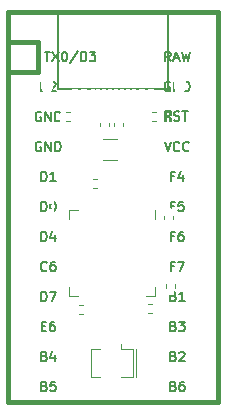
<source format=gto>
%TF.GenerationSoftware,KiCad,Pcbnew,5.1.9*%
%TF.CreationDate,2021-03-01T07:28:27+02:00*%
%TF.ProjectId,beater-c,62656174-6572-42d6-932e-6b696361645f,rev?*%
%TF.SameCoordinates,Original*%
%TF.FileFunction,Legend,Top*%
%TF.FilePolarity,Positive*%
%FSLAX46Y46*%
G04 Gerber Fmt 4.6, Leading zero omitted, Abs format (unit mm)*
G04 Created by KiCad (PCBNEW 5.1.9) date 2021-03-01 07:28:27*
%MOMM*%
%LPD*%
G01*
G04 APERTURE LIST*
%ADD10C,0.120000*%
%ADD11C,0.200000*%
%ADD12C,0.381000*%
%ADD13C,0.150000*%
%ADD14R,5.200000X5.200000*%
%ADD15R,0.400000X1.900000*%
%ADD16R,0.600000X1.150000*%
%ADD17R,0.300000X1.150000*%
%ADD18O,1.000000X2.200000*%
%ADD19O,1.000000X1.800000*%
%ADD20C,1.752600*%
%ADD21R,1.752600X1.752600*%
G04 APERTURE END LIST*
D10*
%TO.C,F1*%
X223781936Y-104136000D02*
X224986064Y-104136000D01*
X223781936Y-102316000D02*
X224986064Y-102316000D01*
%TO.C,U2*%
X228146000Y-109129000D02*
X228146000Y-108404000D01*
X220926000Y-115624000D02*
X221651000Y-115624000D01*
X220926000Y-114899000D02*
X220926000Y-115624000D01*
X220926000Y-108404000D02*
X221651000Y-108404000D01*
X220926000Y-109129000D02*
X220926000Y-108404000D01*
X228146000Y-115624000D02*
X227421000Y-115624000D01*
X228146000Y-114899000D02*
X228146000Y-115624000D01*
%TO.C,C2*%
X228931000Y-108863359D02*
X228931000Y-109170641D01*
X229691000Y-108863359D02*
X229691000Y-109170641D01*
%TO.C,C3*%
X229844000Y-114961641D02*
X229844000Y-114654359D01*
X229084000Y-114961641D02*
X229084000Y-114654359D01*
%TO.C,R5*%
X227889641Y-116358000D02*
X227582359Y-116358000D01*
X227889641Y-117118000D02*
X227582359Y-117118000D01*
%TO.C,Y1*%
X226536000Y-120510000D02*
X226536000Y-120110000D01*
X226336000Y-120510000D02*
X226336000Y-120110000D01*
X222736000Y-120510000D02*
X222736000Y-120110000D01*
X226536000Y-122510000D02*
X226536000Y-120510000D01*
X225336000Y-120110000D02*
X225336000Y-119710000D01*
X225336000Y-120110000D02*
X226336000Y-120110000D01*
X226336000Y-120510000D02*
X226336000Y-122510000D01*
X226336000Y-122510000D02*
X225336000Y-122510000D01*
X223536000Y-122510000D02*
X222736000Y-122510000D01*
X222736000Y-122510000D02*
X222736000Y-120510000D01*
X222736000Y-120110000D02*
X223536000Y-120110000D01*
%TO.C,C4*%
X222048041Y-116409000D02*
X221740759Y-116409000D01*
X222048041Y-117169000D02*
X221740759Y-117169000D01*
%TO.C,C1*%
X218949000Y-107923359D02*
X218949000Y-108230641D01*
X219709000Y-107923359D02*
X219709000Y-108230641D01*
%TO.C,C5*%
X222960359Y-106501000D02*
X223267641Y-106501000D01*
X222960359Y-105741000D02*
X223267641Y-105741000D01*
%TO.C,R1*%
X228243641Y-100102000D02*
X227936359Y-100102000D01*
X228243641Y-100862000D02*
X227936359Y-100862000D01*
D11*
%TO.C,USB1*%
X229278000Y-98150800D02*
X229278000Y-91490800D01*
X219998000Y-98150800D02*
X219998000Y-91490800D01*
X219998000Y-98150800D02*
X229278000Y-98150800D01*
X217638000Y-91490800D02*
X219998000Y-91490800D01*
X231638000Y-91490800D02*
X229278000Y-91490800D01*
D10*
%TO.C,R4*%
X225475000Y-101296641D02*
X225475000Y-100989359D01*
X224715000Y-101296641D02*
X224715000Y-100989359D01*
%TO.C,R3*%
X224256000Y-101296641D02*
X224256000Y-100989359D01*
X223496000Y-101296641D02*
X223496000Y-100989359D01*
%TO.C,R2*%
X220672359Y-100862000D02*
X220979641Y-100862000D01*
X220672359Y-100102000D02*
X220979641Y-100102000D01*
D12*
%TO.C,U1*%
X218237000Y-94132000D02*
X215697000Y-94132000D01*
X215697000Y-91592000D02*
X215697000Y-94132000D01*
X233477000Y-91592000D02*
X215697000Y-91592000D01*
X233477000Y-94132000D02*
X233477000Y-91592000D01*
D13*
G36*
X229518568Y-100611360D02*
G01*
X229518568Y-100811360D01*
X229418568Y-100811360D01*
X229418568Y-100611360D01*
X229518568Y-100611360D01*
G37*
X229518568Y-100611360D02*
X229518568Y-100811360D01*
X229418568Y-100811360D01*
X229418568Y-100611360D01*
X229518568Y-100611360D01*
G36*
X229118568Y-100011360D02*
G01*
X229118568Y-100811360D01*
X229018568Y-100811360D01*
X229018568Y-100011360D01*
X229118568Y-100011360D01*
G37*
X229118568Y-100011360D02*
X229118568Y-100811360D01*
X229018568Y-100811360D01*
X229018568Y-100011360D01*
X229118568Y-100011360D01*
G36*
X229518568Y-100011360D02*
G01*
X229518568Y-100111360D01*
X229018568Y-100111360D01*
X229018568Y-100011360D01*
X229518568Y-100011360D01*
G37*
X229518568Y-100011360D02*
X229518568Y-100111360D01*
X229018568Y-100111360D01*
X229018568Y-100011360D01*
X229518568Y-100011360D01*
G36*
X229318568Y-100411360D02*
G01*
X229318568Y-100511360D01*
X229218568Y-100511360D01*
X229218568Y-100411360D01*
X229318568Y-100411360D01*
G37*
X229318568Y-100411360D02*
X229318568Y-100511360D01*
X229218568Y-100511360D01*
X229218568Y-100411360D01*
X229318568Y-100411360D01*
G36*
X229518568Y-100011360D02*
G01*
X229518568Y-100311360D01*
X229418568Y-100311360D01*
X229418568Y-100011360D01*
X229518568Y-100011360D01*
G37*
X229518568Y-100011360D02*
X229518568Y-100311360D01*
X229418568Y-100311360D01*
X229418568Y-100011360D01*
X229518568Y-100011360D01*
D12*
X218237000Y-96672000D02*
X215697000Y-96672000D01*
X218237000Y-94132000D02*
X218237000Y-96672000D01*
X233477000Y-124612000D02*
X233477000Y-94132000D01*
X215697000Y-124612000D02*
X233477000Y-124612000D01*
X215697000Y-94132000D02*
X215697000Y-124612000D01*
D13*
X218824651Y-94963904D02*
X219281794Y-94963904D01*
X219053223Y-95763904D02*
X219053223Y-94963904D01*
X219472270Y-94963904D02*
X220005604Y-95763904D01*
X220005604Y-94963904D02*
X219472270Y-95763904D01*
X220462747Y-94963904D02*
X220538937Y-94963904D01*
X220615128Y-95002000D01*
X220653223Y-95040095D01*
X220691318Y-95116285D01*
X220729413Y-95268666D01*
X220729413Y-95459142D01*
X220691318Y-95611523D01*
X220653223Y-95687714D01*
X220615128Y-95725809D01*
X220538937Y-95763904D01*
X220462747Y-95763904D01*
X220386556Y-95725809D01*
X220348461Y-95687714D01*
X220310366Y-95611523D01*
X220272270Y-95459142D01*
X220272270Y-95268666D01*
X220310366Y-95116285D01*
X220348461Y-95040095D01*
X220386556Y-95002000D01*
X220462747Y-94963904D01*
X221643699Y-94925809D02*
X220957985Y-95954380D01*
X221910366Y-95763904D02*
X221910366Y-94963904D01*
X222100842Y-94963904D01*
X222215128Y-95002000D01*
X222291318Y-95078190D01*
X222329413Y-95154380D01*
X222367508Y-95306761D01*
X222367508Y-95421047D01*
X222329413Y-95573428D01*
X222291318Y-95649619D01*
X222215128Y-95725809D01*
X222100842Y-95763904D01*
X221910366Y-95763904D01*
X222634175Y-94963904D02*
X223129413Y-94963904D01*
X222862747Y-95268666D01*
X222977032Y-95268666D01*
X223053223Y-95306761D01*
X223091318Y-95344857D01*
X223129413Y-95421047D01*
X223129413Y-95611523D01*
X223091318Y-95687714D01*
X223053223Y-95725809D01*
X222977032Y-95763904D01*
X222748461Y-95763904D01*
X222672270Y-95725809D01*
X222634175Y-95687714D01*
X218535523Y-98303904D02*
X218535523Y-97503904D01*
X218726000Y-97503904D01*
X218840285Y-97542000D01*
X218916476Y-97618190D01*
X218954571Y-97694380D01*
X218992666Y-97846761D01*
X218992666Y-97961047D01*
X218954571Y-98113428D01*
X218916476Y-98189619D01*
X218840285Y-98265809D01*
X218726000Y-98303904D01*
X218535523Y-98303904D01*
X219297428Y-97580095D02*
X219335523Y-97542000D01*
X219411714Y-97503904D01*
X219602190Y-97503904D01*
X219678380Y-97542000D01*
X219716476Y-97580095D01*
X219754571Y-97656285D01*
X219754571Y-97732476D01*
X219716476Y-97846761D01*
X219259333Y-98303904D01*
X219754571Y-98303904D01*
X218535523Y-108463904D02*
X218535523Y-107663904D01*
X218726000Y-107663904D01*
X218840285Y-107702000D01*
X218916476Y-107778190D01*
X218954571Y-107854380D01*
X218992666Y-108006761D01*
X218992666Y-108121047D01*
X218954571Y-108273428D01*
X218916476Y-108349619D01*
X218840285Y-108425809D01*
X218726000Y-108463904D01*
X218535523Y-108463904D01*
X219487904Y-107663904D02*
X219564095Y-107663904D01*
X219640285Y-107702000D01*
X219678380Y-107740095D01*
X219716476Y-107816285D01*
X219754571Y-107968666D01*
X219754571Y-108159142D01*
X219716476Y-108311523D01*
X219678380Y-108387714D01*
X219640285Y-108425809D01*
X219564095Y-108463904D01*
X219487904Y-108463904D01*
X219411714Y-108425809D01*
X219373619Y-108387714D01*
X219335523Y-108311523D01*
X219297428Y-108159142D01*
X219297428Y-107968666D01*
X219335523Y-107816285D01*
X219373619Y-107740095D01*
X219411714Y-107702000D01*
X219487904Y-107663904D01*
X218535523Y-105923904D02*
X218535523Y-105123904D01*
X218726000Y-105123904D01*
X218840285Y-105162000D01*
X218916476Y-105238190D01*
X218954571Y-105314380D01*
X218992666Y-105466761D01*
X218992666Y-105581047D01*
X218954571Y-105733428D01*
X218916476Y-105809619D01*
X218840285Y-105885809D01*
X218726000Y-105923904D01*
X218535523Y-105923904D01*
X219754571Y-105923904D02*
X219297428Y-105923904D01*
X219526000Y-105923904D02*
X219526000Y-105123904D01*
X219449809Y-105238190D01*
X219373619Y-105314380D01*
X219297428Y-105352476D01*
X218516476Y-102622000D02*
X218440285Y-102583904D01*
X218326000Y-102583904D01*
X218211714Y-102622000D01*
X218135523Y-102698190D01*
X218097428Y-102774380D01*
X218059333Y-102926761D01*
X218059333Y-103041047D01*
X218097428Y-103193428D01*
X218135523Y-103269619D01*
X218211714Y-103345809D01*
X218326000Y-103383904D01*
X218402190Y-103383904D01*
X218516476Y-103345809D01*
X218554571Y-103307714D01*
X218554571Y-103041047D01*
X218402190Y-103041047D01*
X218897428Y-103383904D02*
X218897428Y-102583904D01*
X219354571Y-103383904D01*
X219354571Y-102583904D01*
X219735523Y-103383904D02*
X219735523Y-102583904D01*
X219926000Y-102583904D01*
X220040285Y-102622000D01*
X220116476Y-102698190D01*
X220154571Y-102774380D01*
X220192666Y-102926761D01*
X220192666Y-103041047D01*
X220154571Y-103193428D01*
X220116476Y-103269619D01*
X220040285Y-103345809D01*
X219926000Y-103383904D01*
X219735523Y-103383904D01*
X218516476Y-100082000D02*
X218440285Y-100043904D01*
X218326000Y-100043904D01*
X218211714Y-100082000D01*
X218135523Y-100158190D01*
X218097428Y-100234380D01*
X218059333Y-100386761D01*
X218059333Y-100501047D01*
X218097428Y-100653428D01*
X218135523Y-100729619D01*
X218211714Y-100805809D01*
X218326000Y-100843904D01*
X218402190Y-100843904D01*
X218516476Y-100805809D01*
X218554571Y-100767714D01*
X218554571Y-100501047D01*
X218402190Y-100501047D01*
X218897428Y-100843904D02*
X218897428Y-100043904D01*
X219354571Y-100843904D01*
X219354571Y-100043904D01*
X219735523Y-100843904D02*
X219735523Y-100043904D01*
X219926000Y-100043904D01*
X220040285Y-100082000D01*
X220116476Y-100158190D01*
X220154571Y-100234380D01*
X220192666Y-100386761D01*
X220192666Y-100501047D01*
X220154571Y-100653428D01*
X220116476Y-100729619D01*
X220040285Y-100805809D01*
X219926000Y-100843904D01*
X219735523Y-100843904D01*
X218535523Y-111003904D02*
X218535523Y-110203904D01*
X218726000Y-110203904D01*
X218840285Y-110242000D01*
X218916476Y-110318190D01*
X218954571Y-110394380D01*
X218992666Y-110546761D01*
X218992666Y-110661047D01*
X218954571Y-110813428D01*
X218916476Y-110889619D01*
X218840285Y-110965809D01*
X218726000Y-111003904D01*
X218535523Y-111003904D01*
X219678380Y-110470571D02*
X219678380Y-111003904D01*
X219487904Y-110165809D02*
X219297428Y-110737238D01*
X219792666Y-110737238D01*
X218992666Y-113467714D02*
X218954571Y-113505809D01*
X218840285Y-113543904D01*
X218764095Y-113543904D01*
X218649809Y-113505809D01*
X218573619Y-113429619D01*
X218535523Y-113353428D01*
X218497428Y-113201047D01*
X218497428Y-113086761D01*
X218535523Y-112934380D01*
X218573619Y-112858190D01*
X218649809Y-112782000D01*
X218764095Y-112743904D01*
X218840285Y-112743904D01*
X218954571Y-112782000D01*
X218992666Y-112820095D01*
X219678380Y-112743904D02*
X219526000Y-112743904D01*
X219449809Y-112782000D01*
X219411714Y-112820095D01*
X219335523Y-112934380D01*
X219297428Y-113086761D01*
X219297428Y-113391523D01*
X219335523Y-113467714D01*
X219373619Y-113505809D01*
X219449809Y-113543904D01*
X219602190Y-113543904D01*
X219678380Y-113505809D01*
X219716476Y-113467714D01*
X219754571Y-113391523D01*
X219754571Y-113201047D01*
X219716476Y-113124857D01*
X219678380Y-113086761D01*
X219602190Y-113048666D01*
X219449809Y-113048666D01*
X219373619Y-113086761D01*
X219335523Y-113124857D01*
X219297428Y-113201047D01*
X218535523Y-116083904D02*
X218535523Y-115283904D01*
X218726000Y-115283904D01*
X218840285Y-115322000D01*
X218916476Y-115398190D01*
X218954571Y-115474380D01*
X218992666Y-115626761D01*
X218992666Y-115741047D01*
X218954571Y-115893428D01*
X218916476Y-115969619D01*
X218840285Y-116045809D01*
X218726000Y-116083904D01*
X218535523Y-116083904D01*
X219259333Y-115283904D02*
X219792666Y-115283904D01*
X219449809Y-116083904D01*
X218573619Y-118204857D02*
X218840285Y-118204857D01*
X218954571Y-118623904D02*
X218573619Y-118623904D01*
X218573619Y-117823904D01*
X218954571Y-117823904D01*
X219640285Y-117823904D02*
X219487904Y-117823904D01*
X219411714Y-117862000D01*
X219373619Y-117900095D01*
X219297428Y-118014380D01*
X219259333Y-118166761D01*
X219259333Y-118471523D01*
X219297428Y-118547714D01*
X219335523Y-118585809D01*
X219411714Y-118623904D01*
X219564095Y-118623904D01*
X219640285Y-118585809D01*
X219678380Y-118547714D01*
X219716476Y-118471523D01*
X219716476Y-118281047D01*
X219678380Y-118204857D01*
X219640285Y-118166761D01*
X219564095Y-118128666D01*
X219411714Y-118128666D01*
X219335523Y-118166761D01*
X219297428Y-118204857D01*
X219259333Y-118281047D01*
X218802190Y-120744857D02*
X218916476Y-120782952D01*
X218954571Y-120821047D01*
X218992666Y-120897238D01*
X218992666Y-121011523D01*
X218954571Y-121087714D01*
X218916476Y-121125809D01*
X218840285Y-121163904D01*
X218535523Y-121163904D01*
X218535523Y-120363904D01*
X218802190Y-120363904D01*
X218878380Y-120402000D01*
X218916476Y-120440095D01*
X218954571Y-120516285D01*
X218954571Y-120592476D01*
X218916476Y-120668666D01*
X218878380Y-120706761D01*
X218802190Y-120744857D01*
X218535523Y-120744857D01*
X219678380Y-120630571D02*
X219678380Y-121163904D01*
X219487904Y-120325809D02*
X219297428Y-120897238D01*
X219792666Y-120897238D01*
X218802190Y-123284857D02*
X218916476Y-123322952D01*
X218954571Y-123361047D01*
X218992666Y-123437238D01*
X218992666Y-123551523D01*
X218954571Y-123627714D01*
X218916476Y-123665809D01*
X218840285Y-123703904D01*
X218535523Y-123703904D01*
X218535523Y-122903904D01*
X218802190Y-122903904D01*
X218878380Y-122942000D01*
X218916476Y-122980095D01*
X218954571Y-123056285D01*
X218954571Y-123132476D01*
X218916476Y-123208666D01*
X218878380Y-123246761D01*
X218802190Y-123284857D01*
X218535523Y-123284857D01*
X219716476Y-122903904D02*
X219335523Y-122903904D01*
X219297428Y-123284857D01*
X219335523Y-123246761D01*
X219411714Y-123208666D01*
X219602190Y-123208666D01*
X219678380Y-123246761D01*
X219716476Y-123284857D01*
X219754571Y-123361047D01*
X219754571Y-123551523D01*
X219716476Y-123627714D01*
X219678380Y-123665809D01*
X219602190Y-123703904D01*
X219411714Y-123703904D01*
X219335523Y-123665809D01*
X219297428Y-123627714D01*
X229724190Y-123284857D02*
X229838476Y-123322952D01*
X229876571Y-123361047D01*
X229914666Y-123437238D01*
X229914666Y-123551523D01*
X229876571Y-123627714D01*
X229838476Y-123665809D01*
X229762285Y-123703904D01*
X229457523Y-123703904D01*
X229457523Y-122903904D01*
X229724190Y-122903904D01*
X229800380Y-122942000D01*
X229838476Y-122980095D01*
X229876571Y-123056285D01*
X229876571Y-123132476D01*
X229838476Y-123208666D01*
X229800380Y-123246761D01*
X229724190Y-123284857D01*
X229457523Y-123284857D01*
X230600380Y-122903904D02*
X230448000Y-122903904D01*
X230371809Y-122942000D01*
X230333714Y-122980095D01*
X230257523Y-123094380D01*
X230219428Y-123246761D01*
X230219428Y-123551523D01*
X230257523Y-123627714D01*
X230295619Y-123665809D01*
X230371809Y-123703904D01*
X230524190Y-123703904D01*
X230600380Y-123665809D01*
X230638476Y-123627714D01*
X230676571Y-123551523D01*
X230676571Y-123361047D01*
X230638476Y-123284857D01*
X230600380Y-123246761D01*
X230524190Y-123208666D01*
X230371809Y-123208666D01*
X230295619Y-123246761D01*
X230257523Y-123284857D01*
X230219428Y-123361047D01*
X229724190Y-118204857D02*
X229838476Y-118242952D01*
X229876571Y-118281047D01*
X229914666Y-118357238D01*
X229914666Y-118471523D01*
X229876571Y-118547714D01*
X229838476Y-118585809D01*
X229762285Y-118623904D01*
X229457523Y-118623904D01*
X229457523Y-117823904D01*
X229724190Y-117823904D01*
X229800380Y-117862000D01*
X229838476Y-117900095D01*
X229876571Y-117976285D01*
X229876571Y-118052476D01*
X229838476Y-118128666D01*
X229800380Y-118166761D01*
X229724190Y-118204857D01*
X229457523Y-118204857D01*
X230181333Y-117823904D02*
X230676571Y-117823904D01*
X230409904Y-118128666D01*
X230524190Y-118128666D01*
X230600380Y-118166761D01*
X230638476Y-118204857D01*
X230676571Y-118281047D01*
X230676571Y-118471523D01*
X230638476Y-118547714D01*
X230600380Y-118585809D01*
X230524190Y-118623904D01*
X230295619Y-118623904D01*
X230219428Y-118585809D01*
X230181333Y-118547714D01*
X229724190Y-115664857D02*
X229838476Y-115702952D01*
X229876571Y-115741047D01*
X229914666Y-115817238D01*
X229914666Y-115931523D01*
X229876571Y-116007714D01*
X229838476Y-116045809D01*
X229762285Y-116083904D01*
X229457523Y-116083904D01*
X229457523Y-115283904D01*
X229724190Y-115283904D01*
X229800380Y-115322000D01*
X229838476Y-115360095D01*
X229876571Y-115436285D01*
X229876571Y-115512476D01*
X229838476Y-115588666D01*
X229800380Y-115626761D01*
X229724190Y-115664857D01*
X229457523Y-115664857D01*
X230676571Y-116083904D02*
X230219428Y-116083904D01*
X230448000Y-116083904D02*
X230448000Y-115283904D01*
X230371809Y-115398190D01*
X230295619Y-115474380D01*
X230219428Y-115512476D01*
X229781333Y-105504857D02*
X229514666Y-105504857D01*
X229514666Y-105923904D02*
X229514666Y-105123904D01*
X229895619Y-105123904D01*
X230543238Y-105390571D02*
X230543238Y-105923904D01*
X230352761Y-105085809D02*
X230162285Y-105657238D01*
X230657523Y-105657238D01*
X228981333Y-102583904D02*
X229248000Y-103383904D01*
X229514666Y-102583904D01*
X230238476Y-103307714D02*
X230200380Y-103345809D01*
X230086095Y-103383904D01*
X230009904Y-103383904D01*
X229895619Y-103345809D01*
X229819428Y-103269619D01*
X229781333Y-103193428D01*
X229743238Y-103041047D01*
X229743238Y-102926761D01*
X229781333Y-102774380D01*
X229819428Y-102698190D01*
X229895619Y-102622000D01*
X230009904Y-102583904D01*
X230086095Y-102583904D01*
X230200380Y-102622000D01*
X230238476Y-102660095D01*
X231038476Y-103307714D02*
X231000380Y-103345809D01*
X230886095Y-103383904D01*
X230809904Y-103383904D01*
X230695619Y-103345809D01*
X230619428Y-103269619D01*
X230581333Y-103193428D01*
X230543238Y-103041047D01*
X230543238Y-102926761D01*
X230581333Y-102774380D01*
X230619428Y-102698190D01*
X230695619Y-102622000D01*
X230809904Y-102583904D01*
X230886095Y-102583904D01*
X231000380Y-102622000D01*
X231038476Y-102660095D01*
X229786786Y-100775809D02*
X229901072Y-100813904D01*
X230091548Y-100813904D01*
X230167739Y-100775809D01*
X230205834Y-100737714D01*
X230243929Y-100661523D01*
X230243929Y-100585333D01*
X230205834Y-100509142D01*
X230167739Y-100471047D01*
X230091548Y-100432952D01*
X229939167Y-100394857D01*
X229862977Y-100356761D01*
X229824881Y-100318666D01*
X229786786Y-100242476D01*
X229786786Y-100166285D01*
X229824881Y-100090095D01*
X229862977Y-100052000D01*
X229939167Y-100013904D01*
X230129643Y-100013904D01*
X230243929Y-100052000D01*
X230472500Y-100013904D02*
X230929643Y-100013904D01*
X230701072Y-100813904D02*
X230701072Y-100013904D01*
X229438476Y-97542000D02*
X229362285Y-97503904D01*
X229248000Y-97503904D01*
X229133714Y-97542000D01*
X229057523Y-97618190D01*
X229019428Y-97694380D01*
X228981333Y-97846761D01*
X228981333Y-97961047D01*
X229019428Y-98113428D01*
X229057523Y-98189619D01*
X229133714Y-98265809D01*
X229248000Y-98303904D01*
X229324190Y-98303904D01*
X229438476Y-98265809D01*
X229476571Y-98227714D01*
X229476571Y-97961047D01*
X229324190Y-97961047D01*
X229819428Y-98303904D02*
X229819428Y-97503904D01*
X230276571Y-98303904D01*
X230276571Y-97503904D01*
X230657523Y-98303904D02*
X230657523Y-97503904D01*
X230848000Y-97503904D01*
X230962285Y-97542000D01*
X231038476Y-97618190D01*
X231076571Y-97694380D01*
X231114666Y-97846761D01*
X231114666Y-97961047D01*
X231076571Y-98113428D01*
X231038476Y-98189619D01*
X230962285Y-98265809D01*
X230848000Y-98303904D01*
X230657523Y-98303904D01*
X229495619Y-95763904D02*
X229228952Y-95382952D01*
X229038476Y-95763904D02*
X229038476Y-94963904D01*
X229343238Y-94963904D01*
X229419428Y-95002000D01*
X229457523Y-95040095D01*
X229495619Y-95116285D01*
X229495619Y-95230571D01*
X229457523Y-95306761D01*
X229419428Y-95344857D01*
X229343238Y-95382952D01*
X229038476Y-95382952D01*
X229800380Y-95535333D02*
X230181333Y-95535333D01*
X229724190Y-95763904D02*
X229990857Y-94963904D01*
X230257523Y-95763904D01*
X230448000Y-94963904D02*
X230638476Y-95763904D01*
X230790857Y-95192476D01*
X230943238Y-95763904D01*
X231133714Y-94963904D01*
X229781333Y-108044857D02*
X229514666Y-108044857D01*
X229514666Y-108463904D02*
X229514666Y-107663904D01*
X229895619Y-107663904D01*
X230581333Y-107663904D02*
X230200380Y-107663904D01*
X230162285Y-108044857D01*
X230200380Y-108006761D01*
X230276571Y-107968666D01*
X230467047Y-107968666D01*
X230543238Y-108006761D01*
X230581333Y-108044857D01*
X230619428Y-108121047D01*
X230619428Y-108311523D01*
X230581333Y-108387714D01*
X230543238Y-108425809D01*
X230467047Y-108463904D01*
X230276571Y-108463904D01*
X230200380Y-108425809D01*
X230162285Y-108387714D01*
X229781333Y-110584857D02*
X229514666Y-110584857D01*
X229514666Y-111003904D02*
X229514666Y-110203904D01*
X229895619Y-110203904D01*
X230543238Y-110203904D02*
X230390857Y-110203904D01*
X230314666Y-110242000D01*
X230276571Y-110280095D01*
X230200380Y-110394380D01*
X230162285Y-110546761D01*
X230162285Y-110851523D01*
X230200380Y-110927714D01*
X230238476Y-110965809D01*
X230314666Y-111003904D01*
X230467047Y-111003904D01*
X230543238Y-110965809D01*
X230581333Y-110927714D01*
X230619428Y-110851523D01*
X230619428Y-110661047D01*
X230581333Y-110584857D01*
X230543238Y-110546761D01*
X230467047Y-110508666D01*
X230314666Y-110508666D01*
X230238476Y-110546761D01*
X230200380Y-110584857D01*
X230162285Y-110661047D01*
X229781333Y-113124857D02*
X229514666Y-113124857D01*
X229514666Y-113543904D02*
X229514666Y-112743904D01*
X229895619Y-112743904D01*
X230124190Y-112743904D02*
X230657523Y-112743904D01*
X230314666Y-113543904D01*
X229724190Y-120744857D02*
X229838476Y-120782952D01*
X229876571Y-120821047D01*
X229914666Y-120897238D01*
X229914666Y-121011523D01*
X229876571Y-121087714D01*
X229838476Y-121125809D01*
X229762285Y-121163904D01*
X229457523Y-121163904D01*
X229457523Y-120363904D01*
X229724190Y-120363904D01*
X229800380Y-120402000D01*
X229838476Y-120440095D01*
X229876571Y-120516285D01*
X229876571Y-120592476D01*
X229838476Y-120668666D01*
X229800380Y-120706761D01*
X229724190Y-120744857D01*
X229457523Y-120744857D01*
X230219428Y-120440095D02*
X230257523Y-120402000D01*
X230333714Y-120363904D01*
X230524190Y-120363904D01*
X230600380Y-120402000D01*
X230638476Y-120440095D01*
X230676571Y-120516285D01*
X230676571Y-120592476D01*
X230638476Y-120706761D01*
X230181333Y-121163904D01*
X230676571Y-121163904D01*
%TD*%
%LPC*%
%TO.C,F1*%
G36*
G01*
X225159000Y-103851000D02*
X225159000Y-102601000D01*
G75*
G02*
X225409000Y-102351000I250000J0D01*
G01*
X226159000Y-102351000D01*
G75*
G02*
X226409000Y-102601000I0J-250000D01*
G01*
X226409000Y-103851000D01*
G75*
G02*
X226159000Y-104101000I-250000J0D01*
G01*
X225409000Y-104101000D01*
G75*
G02*
X225159000Y-103851000I0J250000D01*
G01*
G37*
G36*
G01*
X222359000Y-103851000D02*
X222359000Y-102601000D01*
G75*
G02*
X222609000Y-102351000I250000J0D01*
G01*
X223359000Y-102351000D01*
G75*
G02*
X223609000Y-102601000I0J-250000D01*
G01*
X223609000Y-103851000D01*
G75*
G02*
X223359000Y-104101000I-250000J0D01*
G01*
X222609000Y-104101000D01*
G75*
G02*
X222359000Y-103851000I0J250000D01*
G01*
G37*
%TD*%
D14*
%TO.C,U2*%
X224536000Y-112014000D03*
G36*
G01*
X227398500Y-109389000D02*
X228348500Y-109389000D01*
G75*
G02*
X228411000Y-109451500I0J-62500D01*
G01*
X228411000Y-109576500D01*
G75*
G02*
X228348500Y-109639000I-62500J0D01*
G01*
X227398500Y-109639000D01*
G75*
G02*
X227336000Y-109576500I0J62500D01*
G01*
X227336000Y-109451500D01*
G75*
G02*
X227398500Y-109389000I62500J0D01*
G01*
G37*
G36*
G01*
X227398500Y-109889000D02*
X228348500Y-109889000D01*
G75*
G02*
X228411000Y-109951500I0J-62500D01*
G01*
X228411000Y-110076500D01*
G75*
G02*
X228348500Y-110139000I-62500J0D01*
G01*
X227398500Y-110139000D01*
G75*
G02*
X227336000Y-110076500I0J62500D01*
G01*
X227336000Y-109951500D01*
G75*
G02*
X227398500Y-109889000I62500J0D01*
G01*
G37*
G36*
G01*
X227398500Y-110389000D02*
X228348500Y-110389000D01*
G75*
G02*
X228411000Y-110451500I0J-62500D01*
G01*
X228411000Y-110576500D01*
G75*
G02*
X228348500Y-110639000I-62500J0D01*
G01*
X227398500Y-110639000D01*
G75*
G02*
X227336000Y-110576500I0J62500D01*
G01*
X227336000Y-110451500D01*
G75*
G02*
X227398500Y-110389000I62500J0D01*
G01*
G37*
G36*
G01*
X227398500Y-110889000D02*
X228348500Y-110889000D01*
G75*
G02*
X228411000Y-110951500I0J-62500D01*
G01*
X228411000Y-111076500D01*
G75*
G02*
X228348500Y-111139000I-62500J0D01*
G01*
X227398500Y-111139000D01*
G75*
G02*
X227336000Y-111076500I0J62500D01*
G01*
X227336000Y-110951500D01*
G75*
G02*
X227398500Y-110889000I62500J0D01*
G01*
G37*
G36*
G01*
X227398500Y-111389000D02*
X228348500Y-111389000D01*
G75*
G02*
X228411000Y-111451500I0J-62500D01*
G01*
X228411000Y-111576500D01*
G75*
G02*
X228348500Y-111639000I-62500J0D01*
G01*
X227398500Y-111639000D01*
G75*
G02*
X227336000Y-111576500I0J62500D01*
G01*
X227336000Y-111451500D01*
G75*
G02*
X227398500Y-111389000I62500J0D01*
G01*
G37*
G36*
G01*
X227398500Y-111889000D02*
X228348500Y-111889000D01*
G75*
G02*
X228411000Y-111951500I0J-62500D01*
G01*
X228411000Y-112076500D01*
G75*
G02*
X228348500Y-112139000I-62500J0D01*
G01*
X227398500Y-112139000D01*
G75*
G02*
X227336000Y-112076500I0J62500D01*
G01*
X227336000Y-111951500D01*
G75*
G02*
X227398500Y-111889000I62500J0D01*
G01*
G37*
G36*
G01*
X227398500Y-112389000D02*
X228348500Y-112389000D01*
G75*
G02*
X228411000Y-112451500I0J-62500D01*
G01*
X228411000Y-112576500D01*
G75*
G02*
X228348500Y-112639000I-62500J0D01*
G01*
X227398500Y-112639000D01*
G75*
G02*
X227336000Y-112576500I0J62500D01*
G01*
X227336000Y-112451500D01*
G75*
G02*
X227398500Y-112389000I62500J0D01*
G01*
G37*
G36*
G01*
X227398500Y-112889000D02*
X228348500Y-112889000D01*
G75*
G02*
X228411000Y-112951500I0J-62500D01*
G01*
X228411000Y-113076500D01*
G75*
G02*
X228348500Y-113139000I-62500J0D01*
G01*
X227398500Y-113139000D01*
G75*
G02*
X227336000Y-113076500I0J62500D01*
G01*
X227336000Y-112951500D01*
G75*
G02*
X227398500Y-112889000I62500J0D01*
G01*
G37*
G36*
G01*
X227398500Y-113389000D02*
X228348500Y-113389000D01*
G75*
G02*
X228411000Y-113451500I0J-62500D01*
G01*
X228411000Y-113576500D01*
G75*
G02*
X228348500Y-113639000I-62500J0D01*
G01*
X227398500Y-113639000D01*
G75*
G02*
X227336000Y-113576500I0J62500D01*
G01*
X227336000Y-113451500D01*
G75*
G02*
X227398500Y-113389000I62500J0D01*
G01*
G37*
G36*
G01*
X227398500Y-113889000D02*
X228348500Y-113889000D01*
G75*
G02*
X228411000Y-113951500I0J-62500D01*
G01*
X228411000Y-114076500D01*
G75*
G02*
X228348500Y-114139000I-62500J0D01*
G01*
X227398500Y-114139000D01*
G75*
G02*
X227336000Y-114076500I0J62500D01*
G01*
X227336000Y-113951500D01*
G75*
G02*
X227398500Y-113889000I62500J0D01*
G01*
G37*
G36*
G01*
X227398500Y-114389000D02*
X228348500Y-114389000D01*
G75*
G02*
X228411000Y-114451500I0J-62500D01*
G01*
X228411000Y-114576500D01*
G75*
G02*
X228348500Y-114639000I-62500J0D01*
G01*
X227398500Y-114639000D01*
G75*
G02*
X227336000Y-114576500I0J62500D01*
G01*
X227336000Y-114451500D01*
G75*
G02*
X227398500Y-114389000I62500J0D01*
G01*
G37*
G36*
G01*
X226973500Y-114814000D02*
X227098500Y-114814000D01*
G75*
G02*
X227161000Y-114876500I0J-62500D01*
G01*
X227161000Y-115826500D01*
G75*
G02*
X227098500Y-115889000I-62500J0D01*
G01*
X226973500Y-115889000D01*
G75*
G02*
X226911000Y-115826500I0J62500D01*
G01*
X226911000Y-114876500D01*
G75*
G02*
X226973500Y-114814000I62500J0D01*
G01*
G37*
G36*
G01*
X226473500Y-114814000D02*
X226598500Y-114814000D01*
G75*
G02*
X226661000Y-114876500I0J-62500D01*
G01*
X226661000Y-115826500D01*
G75*
G02*
X226598500Y-115889000I-62500J0D01*
G01*
X226473500Y-115889000D01*
G75*
G02*
X226411000Y-115826500I0J62500D01*
G01*
X226411000Y-114876500D01*
G75*
G02*
X226473500Y-114814000I62500J0D01*
G01*
G37*
G36*
G01*
X225973500Y-114814000D02*
X226098500Y-114814000D01*
G75*
G02*
X226161000Y-114876500I0J-62500D01*
G01*
X226161000Y-115826500D01*
G75*
G02*
X226098500Y-115889000I-62500J0D01*
G01*
X225973500Y-115889000D01*
G75*
G02*
X225911000Y-115826500I0J62500D01*
G01*
X225911000Y-114876500D01*
G75*
G02*
X225973500Y-114814000I62500J0D01*
G01*
G37*
G36*
G01*
X225473500Y-114814000D02*
X225598500Y-114814000D01*
G75*
G02*
X225661000Y-114876500I0J-62500D01*
G01*
X225661000Y-115826500D01*
G75*
G02*
X225598500Y-115889000I-62500J0D01*
G01*
X225473500Y-115889000D01*
G75*
G02*
X225411000Y-115826500I0J62500D01*
G01*
X225411000Y-114876500D01*
G75*
G02*
X225473500Y-114814000I62500J0D01*
G01*
G37*
G36*
G01*
X224973500Y-114814000D02*
X225098500Y-114814000D01*
G75*
G02*
X225161000Y-114876500I0J-62500D01*
G01*
X225161000Y-115826500D01*
G75*
G02*
X225098500Y-115889000I-62500J0D01*
G01*
X224973500Y-115889000D01*
G75*
G02*
X224911000Y-115826500I0J62500D01*
G01*
X224911000Y-114876500D01*
G75*
G02*
X224973500Y-114814000I62500J0D01*
G01*
G37*
G36*
G01*
X224473500Y-114814000D02*
X224598500Y-114814000D01*
G75*
G02*
X224661000Y-114876500I0J-62500D01*
G01*
X224661000Y-115826500D01*
G75*
G02*
X224598500Y-115889000I-62500J0D01*
G01*
X224473500Y-115889000D01*
G75*
G02*
X224411000Y-115826500I0J62500D01*
G01*
X224411000Y-114876500D01*
G75*
G02*
X224473500Y-114814000I62500J0D01*
G01*
G37*
G36*
G01*
X223973500Y-114814000D02*
X224098500Y-114814000D01*
G75*
G02*
X224161000Y-114876500I0J-62500D01*
G01*
X224161000Y-115826500D01*
G75*
G02*
X224098500Y-115889000I-62500J0D01*
G01*
X223973500Y-115889000D01*
G75*
G02*
X223911000Y-115826500I0J62500D01*
G01*
X223911000Y-114876500D01*
G75*
G02*
X223973500Y-114814000I62500J0D01*
G01*
G37*
G36*
G01*
X223473500Y-114814000D02*
X223598500Y-114814000D01*
G75*
G02*
X223661000Y-114876500I0J-62500D01*
G01*
X223661000Y-115826500D01*
G75*
G02*
X223598500Y-115889000I-62500J0D01*
G01*
X223473500Y-115889000D01*
G75*
G02*
X223411000Y-115826500I0J62500D01*
G01*
X223411000Y-114876500D01*
G75*
G02*
X223473500Y-114814000I62500J0D01*
G01*
G37*
G36*
G01*
X222973500Y-114814000D02*
X223098500Y-114814000D01*
G75*
G02*
X223161000Y-114876500I0J-62500D01*
G01*
X223161000Y-115826500D01*
G75*
G02*
X223098500Y-115889000I-62500J0D01*
G01*
X222973500Y-115889000D01*
G75*
G02*
X222911000Y-115826500I0J62500D01*
G01*
X222911000Y-114876500D01*
G75*
G02*
X222973500Y-114814000I62500J0D01*
G01*
G37*
G36*
G01*
X222473500Y-114814000D02*
X222598500Y-114814000D01*
G75*
G02*
X222661000Y-114876500I0J-62500D01*
G01*
X222661000Y-115826500D01*
G75*
G02*
X222598500Y-115889000I-62500J0D01*
G01*
X222473500Y-115889000D01*
G75*
G02*
X222411000Y-115826500I0J62500D01*
G01*
X222411000Y-114876500D01*
G75*
G02*
X222473500Y-114814000I62500J0D01*
G01*
G37*
G36*
G01*
X221973500Y-114814000D02*
X222098500Y-114814000D01*
G75*
G02*
X222161000Y-114876500I0J-62500D01*
G01*
X222161000Y-115826500D01*
G75*
G02*
X222098500Y-115889000I-62500J0D01*
G01*
X221973500Y-115889000D01*
G75*
G02*
X221911000Y-115826500I0J62500D01*
G01*
X221911000Y-114876500D01*
G75*
G02*
X221973500Y-114814000I62500J0D01*
G01*
G37*
G36*
G01*
X220723500Y-114389000D02*
X221673500Y-114389000D01*
G75*
G02*
X221736000Y-114451500I0J-62500D01*
G01*
X221736000Y-114576500D01*
G75*
G02*
X221673500Y-114639000I-62500J0D01*
G01*
X220723500Y-114639000D01*
G75*
G02*
X220661000Y-114576500I0J62500D01*
G01*
X220661000Y-114451500D01*
G75*
G02*
X220723500Y-114389000I62500J0D01*
G01*
G37*
G36*
G01*
X220723500Y-113889000D02*
X221673500Y-113889000D01*
G75*
G02*
X221736000Y-113951500I0J-62500D01*
G01*
X221736000Y-114076500D01*
G75*
G02*
X221673500Y-114139000I-62500J0D01*
G01*
X220723500Y-114139000D01*
G75*
G02*
X220661000Y-114076500I0J62500D01*
G01*
X220661000Y-113951500D01*
G75*
G02*
X220723500Y-113889000I62500J0D01*
G01*
G37*
G36*
G01*
X220723500Y-113389000D02*
X221673500Y-113389000D01*
G75*
G02*
X221736000Y-113451500I0J-62500D01*
G01*
X221736000Y-113576500D01*
G75*
G02*
X221673500Y-113639000I-62500J0D01*
G01*
X220723500Y-113639000D01*
G75*
G02*
X220661000Y-113576500I0J62500D01*
G01*
X220661000Y-113451500D01*
G75*
G02*
X220723500Y-113389000I62500J0D01*
G01*
G37*
G36*
G01*
X220723500Y-112889000D02*
X221673500Y-112889000D01*
G75*
G02*
X221736000Y-112951500I0J-62500D01*
G01*
X221736000Y-113076500D01*
G75*
G02*
X221673500Y-113139000I-62500J0D01*
G01*
X220723500Y-113139000D01*
G75*
G02*
X220661000Y-113076500I0J62500D01*
G01*
X220661000Y-112951500D01*
G75*
G02*
X220723500Y-112889000I62500J0D01*
G01*
G37*
G36*
G01*
X220723500Y-112389000D02*
X221673500Y-112389000D01*
G75*
G02*
X221736000Y-112451500I0J-62500D01*
G01*
X221736000Y-112576500D01*
G75*
G02*
X221673500Y-112639000I-62500J0D01*
G01*
X220723500Y-112639000D01*
G75*
G02*
X220661000Y-112576500I0J62500D01*
G01*
X220661000Y-112451500D01*
G75*
G02*
X220723500Y-112389000I62500J0D01*
G01*
G37*
G36*
G01*
X220723500Y-111889000D02*
X221673500Y-111889000D01*
G75*
G02*
X221736000Y-111951500I0J-62500D01*
G01*
X221736000Y-112076500D01*
G75*
G02*
X221673500Y-112139000I-62500J0D01*
G01*
X220723500Y-112139000D01*
G75*
G02*
X220661000Y-112076500I0J62500D01*
G01*
X220661000Y-111951500D01*
G75*
G02*
X220723500Y-111889000I62500J0D01*
G01*
G37*
G36*
G01*
X220723500Y-111389000D02*
X221673500Y-111389000D01*
G75*
G02*
X221736000Y-111451500I0J-62500D01*
G01*
X221736000Y-111576500D01*
G75*
G02*
X221673500Y-111639000I-62500J0D01*
G01*
X220723500Y-111639000D01*
G75*
G02*
X220661000Y-111576500I0J62500D01*
G01*
X220661000Y-111451500D01*
G75*
G02*
X220723500Y-111389000I62500J0D01*
G01*
G37*
G36*
G01*
X220723500Y-110889000D02*
X221673500Y-110889000D01*
G75*
G02*
X221736000Y-110951500I0J-62500D01*
G01*
X221736000Y-111076500D01*
G75*
G02*
X221673500Y-111139000I-62500J0D01*
G01*
X220723500Y-111139000D01*
G75*
G02*
X220661000Y-111076500I0J62500D01*
G01*
X220661000Y-110951500D01*
G75*
G02*
X220723500Y-110889000I62500J0D01*
G01*
G37*
G36*
G01*
X220723500Y-110389000D02*
X221673500Y-110389000D01*
G75*
G02*
X221736000Y-110451500I0J-62500D01*
G01*
X221736000Y-110576500D01*
G75*
G02*
X221673500Y-110639000I-62500J0D01*
G01*
X220723500Y-110639000D01*
G75*
G02*
X220661000Y-110576500I0J62500D01*
G01*
X220661000Y-110451500D01*
G75*
G02*
X220723500Y-110389000I62500J0D01*
G01*
G37*
G36*
G01*
X220723500Y-109889000D02*
X221673500Y-109889000D01*
G75*
G02*
X221736000Y-109951500I0J-62500D01*
G01*
X221736000Y-110076500D01*
G75*
G02*
X221673500Y-110139000I-62500J0D01*
G01*
X220723500Y-110139000D01*
G75*
G02*
X220661000Y-110076500I0J62500D01*
G01*
X220661000Y-109951500D01*
G75*
G02*
X220723500Y-109889000I62500J0D01*
G01*
G37*
G36*
G01*
X220723500Y-109389000D02*
X221673500Y-109389000D01*
G75*
G02*
X221736000Y-109451500I0J-62500D01*
G01*
X221736000Y-109576500D01*
G75*
G02*
X221673500Y-109639000I-62500J0D01*
G01*
X220723500Y-109639000D01*
G75*
G02*
X220661000Y-109576500I0J62500D01*
G01*
X220661000Y-109451500D01*
G75*
G02*
X220723500Y-109389000I62500J0D01*
G01*
G37*
G36*
G01*
X221973500Y-108139000D02*
X222098500Y-108139000D01*
G75*
G02*
X222161000Y-108201500I0J-62500D01*
G01*
X222161000Y-109151500D01*
G75*
G02*
X222098500Y-109214000I-62500J0D01*
G01*
X221973500Y-109214000D01*
G75*
G02*
X221911000Y-109151500I0J62500D01*
G01*
X221911000Y-108201500D01*
G75*
G02*
X221973500Y-108139000I62500J0D01*
G01*
G37*
G36*
G01*
X222473500Y-108139000D02*
X222598500Y-108139000D01*
G75*
G02*
X222661000Y-108201500I0J-62500D01*
G01*
X222661000Y-109151500D01*
G75*
G02*
X222598500Y-109214000I-62500J0D01*
G01*
X222473500Y-109214000D01*
G75*
G02*
X222411000Y-109151500I0J62500D01*
G01*
X222411000Y-108201500D01*
G75*
G02*
X222473500Y-108139000I62500J0D01*
G01*
G37*
G36*
G01*
X222973500Y-108139000D02*
X223098500Y-108139000D01*
G75*
G02*
X223161000Y-108201500I0J-62500D01*
G01*
X223161000Y-109151500D01*
G75*
G02*
X223098500Y-109214000I-62500J0D01*
G01*
X222973500Y-109214000D01*
G75*
G02*
X222911000Y-109151500I0J62500D01*
G01*
X222911000Y-108201500D01*
G75*
G02*
X222973500Y-108139000I62500J0D01*
G01*
G37*
G36*
G01*
X223473500Y-108139000D02*
X223598500Y-108139000D01*
G75*
G02*
X223661000Y-108201500I0J-62500D01*
G01*
X223661000Y-109151500D01*
G75*
G02*
X223598500Y-109214000I-62500J0D01*
G01*
X223473500Y-109214000D01*
G75*
G02*
X223411000Y-109151500I0J62500D01*
G01*
X223411000Y-108201500D01*
G75*
G02*
X223473500Y-108139000I62500J0D01*
G01*
G37*
G36*
G01*
X223973500Y-108139000D02*
X224098500Y-108139000D01*
G75*
G02*
X224161000Y-108201500I0J-62500D01*
G01*
X224161000Y-109151500D01*
G75*
G02*
X224098500Y-109214000I-62500J0D01*
G01*
X223973500Y-109214000D01*
G75*
G02*
X223911000Y-109151500I0J62500D01*
G01*
X223911000Y-108201500D01*
G75*
G02*
X223973500Y-108139000I62500J0D01*
G01*
G37*
G36*
G01*
X224473500Y-108139000D02*
X224598500Y-108139000D01*
G75*
G02*
X224661000Y-108201500I0J-62500D01*
G01*
X224661000Y-109151500D01*
G75*
G02*
X224598500Y-109214000I-62500J0D01*
G01*
X224473500Y-109214000D01*
G75*
G02*
X224411000Y-109151500I0J62500D01*
G01*
X224411000Y-108201500D01*
G75*
G02*
X224473500Y-108139000I62500J0D01*
G01*
G37*
G36*
G01*
X224973500Y-108139000D02*
X225098500Y-108139000D01*
G75*
G02*
X225161000Y-108201500I0J-62500D01*
G01*
X225161000Y-109151500D01*
G75*
G02*
X225098500Y-109214000I-62500J0D01*
G01*
X224973500Y-109214000D01*
G75*
G02*
X224911000Y-109151500I0J62500D01*
G01*
X224911000Y-108201500D01*
G75*
G02*
X224973500Y-108139000I62500J0D01*
G01*
G37*
G36*
G01*
X225473500Y-108139000D02*
X225598500Y-108139000D01*
G75*
G02*
X225661000Y-108201500I0J-62500D01*
G01*
X225661000Y-109151500D01*
G75*
G02*
X225598500Y-109214000I-62500J0D01*
G01*
X225473500Y-109214000D01*
G75*
G02*
X225411000Y-109151500I0J62500D01*
G01*
X225411000Y-108201500D01*
G75*
G02*
X225473500Y-108139000I62500J0D01*
G01*
G37*
G36*
G01*
X225973500Y-108139000D02*
X226098500Y-108139000D01*
G75*
G02*
X226161000Y-108201500I0J-62500D01*
G01*
X226161000Y-109151500D01*
G75*
G02*
X226098500Y-109214000I-62500J0D01*
G01*
X225973500Y-109214000D01*
G75*
G02*
X225911000Y-109151500I0J62500D01*
G01*
X225911000Y-108201500D01*
G75*
G02*
X225973500Y-108139000I62500J0D01*
G01*
G37*
G36*
G01*
X226473500Y-108139000D02*
X226598500Y-108139000D01*
G75*
G02*
X226661000Y-108201500I0J-62500D01*
G01*
X226661000Y-109151500D01*
G75*
G02*
X226598500Y-109214000I-62500J0D01*
G01*
X226473500Y-109214000D01*
G75*
G02*
X226411000Y-109151500I0J62500D01*
G01*
X226411000Y-108201500D01*
G75*
G02*
X226473500Y-108139000I62500J0D01*
G01*
G37*
G36*
G01*
X226973500Y-108139000D02*
X227098500Y-108139000D01*
G75*
G02*
X227161000Y-108201500I0J-62500D01*
G01*
X227161000Y-109151500D01*
G75*
G02*
X227098500Y-109214000I-62500J0D01*
G01*
X226973500Y-109214000D01*
G75*
G02*
X226911000Y-109151500I0J62500D01*
G01*
X226911000Y-108201500D01*
G75*
G02*
X226973500Y-108139000I62500J0D01*
G01*
G37*
%TD*%
%TO.C,C2*%
G36*
G01*
X229126000Y-109257000D02*
X229496000Y-109257000D01*
G75*
G02*
X229631000Y-109392000I0J-135000D01*
G01*
X229631000Y-109662000D01*
G75*
G02*
X229496000Y-109797000I-135000J0D01*
G01*
X229126000Y-109797000D01*
G75*
G02*
X228991000Y-109662000I0J135000D01*
G01*
X228991000Y-109392000D01*
G75*
G02*
X229126000Y-109257000I135000J0D01*
G01*
G37*
G36*
G01*
X229126000Y-108237000D02*
X229496000Y-108237000D01*
G75*
G02*
X229631000Y-108372000I0J-135000D01*
G01*
X229631000Y-108642000D01*
G75*
G02*
X229496000Y-108777000I-135000J0D01*
G01*
X229126000Y-108777000D01*
G75*
G02*
X228991000Y-108642000I0J135000D01*
G01*
X228991000Y-108372000D01*
G75*
G02*
X229126000Y-108237000I135000J0D01*
G01*
G37*
%TD*%
%TO.C,C3*%
G36*
G01*
X229649000Y-114568000D02*
X229279000Y-114568000D01*
G75*
G02*
X229144000Y-114433000I0J135000D01*
G01*
X229144000Y-114163000D01*
G75*
G02*
X229279000Y-114028000I135000J0D01*
G01*
X229649000Y-114028000D01*
G75*
G02*
X229784000Y-114163000I0J-135000D01*
G01*
X229784000Y-114433000D01*
G75*
G02*
X229649000Y-114568000I-135000J0D01*
G01*
G37*
G36*
G01*
X229649000Y-115588000D02*
X229279000Y-115588000D01*
G75*
G02*
X229144000Y-115453000I0J135000D01*
G01*
X229144000Y-115183000D01*
G75*
G02*
X229279000Y-115048000I135000J0D01*
G01*
X229649000Y-115048000D01*
G75*
G02*
X229784000Y-115183000I0J-135000D01*
G01*
X229784000Y-115453000D01*
G75*
G02*
X229649000Y-115588000I-135000J0D01*
G01*
G37*
%TD*%
%TO.C,R5*%
G36*
G01*
X227496000Y-116553000D02*
X227496000Y-116923000D01*
G75*
G02*
X227361000Y-117058000I-135000J0D01*
G01*
X227091000Y-117058000D01*
G75*
G02*
X226956000Y-116923000I0J135000D01*
G01*
X226956000Y-116553000D01*
G75*
G02*
X227091000Y-116418000I135000J0D01*
G01*
X227361000Y-116418000D01*
G75*
G02*
X227496000Y-116553000I0J-135000D01*
G01*
G37*
G36*
G01*
X228516000Y-116553000D02*
X228516000Y-116923000D01*
G75*
G02*
X228381000Y-117058000I-135000J0D01*
G01*
X228111000Y-117058000D01*
G75*
G02*
X227976000Y-116923000I0J135000D01*
G01*
X227976000Y-116553000D01*
G75*
G02*
X228111000Y-116418000I135000J0D01*
G01*
X228381000Y-116418000D01*
G75*
G02*
X228516000Y-116553000I0J-135000D01*
G01*
G37*
%TD*%
D15*
%TO.C,Y1*%
X223336000Y-121310000D03*
X224536000Y-121310000D03*
X225736000Y-121310000D03*
%TD*%
%TO.C,C4*%
G36*
G01*
X221654400Y-116604000D02*
X221654400Y-116974000D01*
G75*
G02*
X221519400Y-117109000I-135000J0D01*
G01*
X221249400Y-117109000D01*
G75*
G02*
X221114400Y-116974000I0J135000D01*
G01*
X221114400Y-116604000D01*
G75*
G02*
X221249400Y-116469000I135000J0D01*
G01*
X221519400Y-116469000D01*
G75*
G02*
X221654400Y-116604000I0J-135000D01*
G01*
G37*
G36*
G01*
X222674400Y-116604000D02*
X222674400Y-116974000D01*
G75*
G02*
X222539400Y-117109000I-135000J0D01*
G01*
X222269400Y-117109000D01*
G75*
G02*
X222134400Y-116974000I0J135000D01*
G01*
X222134400Y-116604000D01*
G75*
G02*
X222269400Y-116469000I135000J0D01*
G01*
X222539400Y-116469000D01*
G75*
G02*
X222674400Y-116604000I0J-135000D01*
G01*
G37*
%TD*%
%TO.C,C1*%
G36*
G01*
X219144000Y-108317000D02*
X219514000Y-108317000D01*
G75*
G02*
X219649000Y-108452000I0J-135000D01*
G01*
X219649000Y-108722000D01*
G75*
G02*
X219514000Y-108857000I-135000J0D01*
G01*
X219144000Y-108857000D01*
G75*
G02*
X219009000Y-108722000I0J135000D01*
G01*
X219009000Y-108452000D01*
G75*
G02*
X219144000Y-108317000I135000J0D01*
G01*
G37*
G36*
G01*
X219144000Y-107297000D02*
X219514000Y-107297000D01*
G75*
G02*
X219649000Y-107432000I0J-135000D01*
G01*
X219649000Y-107702000D01*
G75*
G02*
X219514000Y-107837000I-135000J0D01*
G01*
X219144000Y-107837000D01*
G75*
G02*
X219009000Y-107702000I0J135000D01*
G01*
X219009000Y-107432000D01*
G75*
G02*
X219144000Y-107297000I135000J0D01*
G01*
G37*
%TD*%
%TO.C,C5*%
G36*
G01*
X223354000Y-106306000D02*
X223354000Y-105936000D01*
G75*
G02*
X223489000Y-105801000I135000J0D01*
G01*
X223759000Y-105801000D01*
G75*
G02*
X223894000Y-105936000I0J-135000D01*
G01*
X223894000Y-106306000D01*
G75*
G02*
X223759000Y-106441000I-135000J0D01*
G01*
X223489000Y-106441000D01*
G75*
G02*
X223354000Y-106306000I0J135000D01*
G01*
G37*
G36*
G01*
X222334000Y-106306000D02*
X222334000Y-105936000D01*
G75*
G02*
X222469000Y-105801000I135000J0D01*
G01*
X222739000Y-105801000D01*
G75*
G02*
X222874000Y-105936000I0J-135000D01*
G01*
X222874000Y-106306000D01*
G75*
G02*
X222739000Y-106441000I-135000J0D01*
G01*
X222469000Y-106441000D01*
G75*
G02*
X222334000Y-106306000I0J135000D01*
G01*
G37*
%TD*%
%TO.C,R1*%
G36*
G01*
X227850000Y-100297000D02*
X227850000Y-100667000D01*
G75*
G02*
X227715000Y-100802000I-135000J0D01*
G01*
X227445000Y-100802000D01*
G75*
G02*
X227310000Y-100667000I0J135000D01*
G01*
X227310000Y-100297000D01*
G75*
G02*
X227445000Y-100162000I135000J0D01*
G01*
X227715000Y-100162000D01*
G75*
G02*
X227850000Y-100297000I0J-135000D01*
G01*
G37*
G36*
G01*
X228870000Y-100297000D02*
X228870000Y-100667000D01*
G75*
G02*
X228735000Y-100802000I-135000J0D01*
G01*
X228465000Y-100802000D01*
G75*
G02*
X228330000Y-100667000I0J135000D01*
G01*
X228330000Y-100297000D01*
G75*
G02*
X228465000Y-100162000I135000J0D01*
G01*
X228735000Y-100162000D01*
G75*
G02*
X228870000Y-100297000I0J-135000D01*
G01*
G37*
%TD*%
D16*
%TO.C,USB1*%
X221413000Y-98725800D03*
X222188000Y-98725800D03*
X227863000Y-98725800D03*
X227088000Y-98725800D03*
D17*
X223388000Y-98725800D03*
X222888000Y-98725800D03*
X226388000Y-98725800D03*
X225888000Y-98725800D03*
X223888000Y-98725800D03*
X225388000Y-98725800D03*
X224388000Y-98725800D03*
X224888000Y-98725800D03*
D18*
X230258000Y-93590800D03*
X219018000Y-93590800D03*
D19*
X219018000Y-97590800D03*
X230258000Y-97590800D03*
%TD*%
%TO.C,R4*%
G36*
G01*
X225280000Y-100903000D02*
X224910000Y-100903000D01*
G75*
G02*
X224775000Y-100768000I0J135000D01*
G01*
X224775000Y-100498000D01*
G75*
G02*
X224910000Y-100363000I135000J0D01*
G01*
X225280000Y-100363000D01*
G75*
G02*
X225415000Y-100498000I0J-135000D01*
G01*
X225415000Y-100768000D01*
G75*
G02*
X225280000Y-100903000I-135000J0D01*
G01*
G37*
G36*
G01*
X225280000Y-101923000D02*
X224910000Y-101923000D01*
G75*
G02*
X224775000Y-101788000I0J135000D01*
G01*
X224775000Y-101518000D01*
G75*
G02*
X224910000Y-101383000I135000J0D01*
G01*
X225280000Y-101383000D01*
G75*
G02*
X225415000Y-101518000I0J-135000D01*
G01*
X225415000Y-101788000D01*
G75*
G02*
X225280000Y-101923000I-135000J0D01*
G01*
G37*
%TD*%
%TO.C,R3*%
G36*
G01*
X224061000Y-100903000D02*
X223691000Y-100903000D01*
G75*
G02*
X223556000Y-100768000I0J135000D01*
G01*
X223556000Y-100498000D01*
G75*
G02*
X223691000Y-100363000I135000J0D01*
G01*
X224061000Y-100363000D01*
G75*
G02*
X224196000Y-100498000I0J-135000D01*
G01*
X224196000Y-100768000D01*
G75*
G02*
X224061000Y-100903000I-135000J0D01*
G01*
G37*
G36*
G01*
X224061000Y-101923000D02*
X223691000Y-101923000D01*
G75*
G02*
X223556000Y-101788000I0J135000D01*
G01*
X223556000Y-101518000D01*
G75*
G02*
X223691000Y-101383000I135000J0D01*
G01*
X224061000Y-101383000D01*
G75*
G02*
X224196000Y-101518000I0J-135000D01*
G01*
X224196000Y-101788000D01*
G75*
G02*
X224061000Y-101923000I-135000J0D01*
G01*
G37*
%TD*%
%TO.C,R2*%
G36*
G01*
X221066000Y-100667000D02*
X221066000Y-100297000D01*
G75*
G02*
X221201000Y-100162000I135000J0D01*
G01*
X221471000Y-100162000D01*
G75*
G02*
X221606000Y-100297000I0J-135000D01*
G01*
X221606000Y-100667000D01*
G75*
G02*
X221471000Y-100802000I-135000J0D01*
G01*
X221201000Y-100802000D01*
G75*
G02*
X221066000Y-100667000I0J135000D01*
G01*
G37*
G36*
G01*
X220046000Y-100667000D02*
X220046000Y-100297000D01*
G75*
G02*
X220181000Y-100162000I135000J0D01*
G01*
X220451000Y-100162000D01*
G75*
G02*
X220586000Y-100297000I0J-135000D01*
G01*
X220586000Y-100667000D01*
G75*
G02*
X220451000Y-100802000I-135000J0D01*
G01*
X220181000Y-100802000D01*
G75*
G02*
X220046000Y-100667000I0J135000D01*
G01*
G37*
%TD*%
D20*
%TO.C,U1*%
X232207000Y-95402000D03*
X216967000Y-123342000D03*
X232207000Y-97942000D03*
X232207000Y-100482000D03*
X232207000Y-103022000D03*
X232207000Y-105562000D03*
X232207000Y-108102000D03*
X232207000Y-110642000D03*
X232207000Y-113182000D03*
X232207000Y-115722000D03*
X232207000Y-118262000D03*
X232207000Y-120802000D03*
X232207000Y-123342000D03*
X216967000Y-120802000D03*
X216967000Y-118262000D03*
X216967000Y-115722000D03*
X216967000Y-113182000D03*
X216967000Y-110642000D03*
X216967000Y-108102000D03*
X216967000Y-105562000D03*
X216967000Y-103022000D03*
X216967000Y-100482000D03*
X216967000Y-97942000D03*
D21*
X216967000Y-95402000D03*
%TD*%
M02*

</source>
